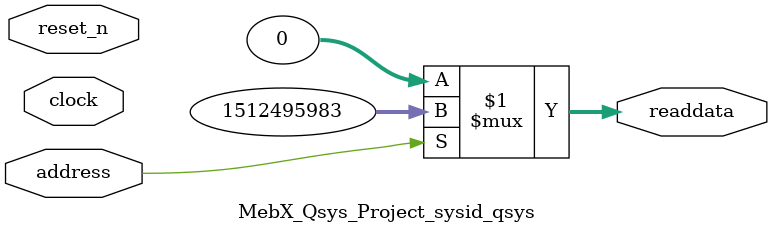
<source format=v>



// synthesis translate_off
`timescale 1ns / 1ps
// synthesis translate_on

// turn off superfluous verilog processor warnings 
// altera message_level Level1 
// altera message_off 10034 10035 10036 10037 10230 10240 10030 

module MebX_Qsys_Project_sysid_qsys (
               // inputs:
                address,
                clock,
                reset_n,

               // outputs:
                readdata
             )
;

  output  [ 31: 0] readdata;
  input            address;
  input            clock;
  input            reset_n;

  wire    [ 31: 0] readdata;
  //control_slave, which is an e_avalon_slave
  assign readdata = address ? 1512495983 : 0;

endmodule



</source>
